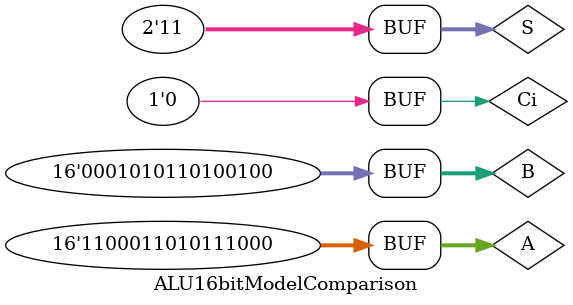
<source format=v>


`timescale 1ns/100ps

module ALU16bitModelComparison;
  
  // Declare all inputs as reg and outputs as wire:
  
  reg [15:0] A, B;
  reg  [1:0] S;
  reg Ci;
  
  wire [15:0] R_P, R_A;
  wire Co_P, Co_A, V_P, V_A, Z_P, Z_A;
  
  // Instantiate the two different versions of the 16bit ALU:
  
  ALU16bit       UUT_Primitive (A, B, S, Ci, R_P, Co_P, V_P, Z_P);
  ALU16bitAlways UUT_Always    (A, B, S, Ci, R_A, Co_A, V_A, Z_A);
  
  // Define initial values for all given inputs.
  
  initial begin
    
    A = 16'b0000000000000000;
    B = 16'b0000000000000000;
    S = 2'b00; Ci = 0;
    
  end
  
  // Define a parameter to choose the appropriate simulation:
  
  parameter SIM_CHOICE = 5;
  
  // Create the testbench sequence, showing expected results.
  
  initial begin

    #0;
    
    // Simulation #1:
    
    // Worst case timing scenario -

    // Set  A = 0000000011111111
    // Set  B = 1111111100000000
    // Set Ci = 1
    
    // R = 0000000000000000, Co = 1, V = 0, Z = 1.
    
    
    if (SIM_CHOICE == 1) begin

      A  <= 16'b0000000011111111;
      B  <= 16'b1111111100000000;
      S  <= 2'b00;
      Ci <= 1;
    
      #200;
    
    end
    
    // Simulation #2:
    
    // Testing the generic ADD function -

    // Set  A = 1100011010111000
    // Set  B = 0001010110100100
    // Set Ci = 0
    
    if (SIM_CHOICE == 2) begin

      A  <= 16'b1100011010111000;
      B  <= 16'b0001010110100100;
      S  <= 2'b00;
      Ci <= 0;
    
      #200;
    
    end
    
    // Simulation #3:
    
    // Testing the generic XOR function -

    // Set  A = 1100011010111000
    // Set  B = 0001010110100100
    
    if (SIM_CHOICE == 3) begin

      A  <= 16'b1100011010111000;
      B  <= 16'b0001010110100100;
      S  <= 2'b01;
      Ci <= 0;
    
      #200;
    
    end
    
    // Simulation #4:
    
    // Testing the generic AND function -

    // Set  A = 1100011010111000
    // Set  B = 0001010110100100
    
    if (SIM_CHOICE == 4) begin

      A  <= 16'b1100011010111000;
      B  <= 16'b0001010110100100;
      S  <= 2'b10;
      Ci <= 0;
    
      #200;
    
    end
    
    // Simulation #5:
    
    // Testing the generic Transparency function -

    // Set  A = 1100011010111000
    // Set  B = 0001010110100100
    
    if (SIM_CHOICE == 5) begin

      A  <= 16'b1100011010111000;
      B  <= 16'b0001010110100100;
      S  <= 2'b11;
      Ci <= 0;
    
      #200;
    
    end
    
  end
  
endmodule
</source>
